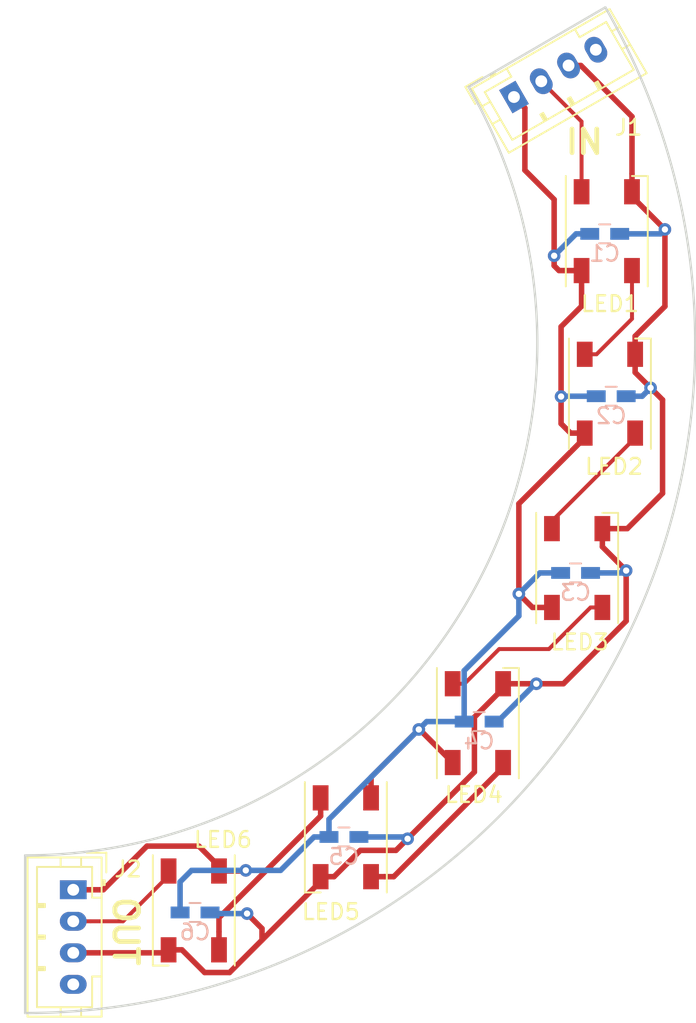
<source format=kicad_pcb>
(kicad_pcb (version 20170922) (host pcbnew "(2017-11-16 revision 41f9c19)-master")

  (general
    (thickness 1.6)
    (drawings 6)
    (tracks 136)
    (zones 0)
    (modules 14)
    (nets 12)
  )

  (page A4)
  (layers
    (0 F.Cu signal)
    (31 B.Cu signal)
    (32 B.Adhes user)
    (33 F.Adhes user)
    (34 B.Paste user)
    (35 F.Paste user)
    (36 B.SilkS user)
    (37 F.SilkS user)
    (38 B.Mask user)
    (39 F.Mask user)
    (40 Dwgs.User user)
    (41 Cmts.User user)
    (42 Eco1.User user)
    (43 Eco2.User user)
    (44 Edge.Cuts user)
    (45 Margin user)
    (46 B.CrtYd user)
    (47 F.CrtYd user)
    (48 B.Fab user)
    (49 F.Fab user)
  )

  (setup
    (last_trace_width 0.35)
    (user_trace_width 0.35)
    (user_trace_width 0.5)
    (trace_clearance 0.2)
    (zone_clearance 0.508)
    (zone_45_only no)
    (trace_min 0.2)
    (segment_width 0.2)
    (edge_width 0.15)
    (via_size 0.8)
    (via_drill 0.4)
    (via_min_size 0.4)
    (via_min_drill 0.3)
    (uvia_size 0.3)
    (uvia_drill 0.1)
    (uvias_allowed no)
    (uvia_min_size 0.2)
    (uvia_min_drill 0.1)
    (pcb_text_width 0.3)
    (pcb_text_size 1.5 1.5)
    (mod_edge_width 0.15)
    (mod_text_size 1 1)
    (mod_text_width 0.15)
    (pad_size 1.524 1.524)
    (pad_drill 0.762)
    (pad_to_mask_clearance 0.2)
    (aux_axis_origin 0 0)
    (visible_elements FFFFFF7F)
    (pcbplotparams
      (layerselection 0x010fc_ffffffff)
      (usegerberextensions false)
      (usegerberattributes true)
      (usegerberadvancedattributes true)
      (creategerberjobfile true)
      (excludeedgelayer true)
      (linewidth 0.100000)
      (plotframeref false)
      (viasonmask false)
      (mode 1)
      (useauxorigin false)
      (hpglpennumber 1)
      (hpglpenspeed 20)
      (hpglpendiameter 15)
      (psnegative false)
      (psa4output false)
      (plotreference true)
      (plotvalue true)
      (plotinvisibletext false)
      (padsonsilk false)
      (subtractmaskfromsilk false)
      (outputformat 1)
      (mirror false)
      (drillshape 1)
      (scaleselection 1)
      (outputdirectory ""))
  )

  (net 0 "")
  (net 1 "Net-(LED1-Pad2)")
  (net 2 "Net-(LED2-Pad2)")
  (net 3 "Net-(LED3-Pad2)")
  (net 4 "Net-(J1-Pad4)")
  (net 5 "Net-(J1-Pad2)")
  (net 6 5v)
  (net 7 GND)
  (net 8 "Net-(J2-Pad2)")
  (net 9 "Net-(J2-Pad4)")
  (net 10 "Net-(LED4-Pad2)")
  (net 11 "Net-(LED5-Pad2)")

  (net_class Default "This is the default net class."
    (clearance 0.2)
    (trace_width 0.25)
    (via_dia 0.8)
    (via_drill 0.4)
    (uvia_dia 0.3)
    (uvia_drill 0.1)
    (add_net 5v)
    (add_net GND)
    (add_net "Net-(J1-Pad2)")
    (add_net "Net-(J1-Pad4)")
    (add_net "Net-(J2-Pad2)")
    (add_net "Net-(J2-Pad4)")
    (add_net "Net-(LED1-Pad2)")
    (add_net "Net-(LED2-Pad2)")
    (add_net "Net-(LED3-Pad2)")
    (add_net "Net-(LED4-Pad2)")
    (add_net "Net-(LED5-Pad2)")
  )

  (module Capacitors_SMD:C_0603_HandSoldering (layer B.Cu) (tedit 58AA848B) (tstamp 5A12FE8D)
    (at 158.48 143.52)
    (descr "Capacitor SMD 0603, hand soldering")
    (tags "capacitor 0603")
    (path /5A0F9F94)
    (attr smd)
    (fp_text reference C6 (at 0 1.25) (layer B.SilkS)
      (effects (font (size 1 1) (thickness 0.15)) (justify mirror))
    )
    (fp_text value 0.1uF (at 0 -1.5) (layer B.Fab)
      (effects (font (size 1 1) (thickness 0.15)) (justify mirror))
    )
    (fp_text user %R (at 0 1.25) (layer B.Fab)
      (effects (font (size 1 1) (thickness 0.15)) (justify mirror))
    )
    (fp_line (start -0.8 -0.4) (end -0.8 0.4) (layer B.Fab) (width 0.1))
    (fp_line (start 0.8 -0.4) (end -0.8 -0.4) (layer B.Fab) (width 0.1))
    (fp_line (start 0.8 0.4) (end 0.8 -0.4) (layer B.Fab) (width 0.1))
    (fp_line (start -0.8 0.4) (end 0.8 0.4) (layer B.Fab) (width 0.1))
    (fp_line (start -0.35 0.6) (end 0.35 0.6) (layer B.SilkS) (width 0.12))
    (fp_line (start 0.35 -0.6) (end -0.35 -0.6) (layer B.SilkS) (width 0.12))
    (fp_line (start -1.8 0.65) (end 1.8 0.65) (layer B.CrtYd) (width 0.05))
    (fp_line (start -1.8 0.65) (end -1.8 -0.65) (layer B.CrtYd) (width 0.05))
    (fp_line (start 1.8 -0.65) (end 1.8 0.65) (layer B.CrtYd) (width 0.05))
    (fp_line (start 1.8 -0.65) (end -1.8 -0.65) (layer B.CrtYd) (width 0.05))
    (pad 1 smd rect (at -0.95 0) (size 1.2 0.75) (layers B.Cu B.Paste B.Mask)
      (net 6 5v))
    (pad 2 smd rect (at 0.95 0) (size 1.2 0.75) (layers B.Cu B.Paste B.Mask)
      (net 7 GND))
    (model Capacitors_SMD.3dshapes/C_0603.wrl
      (at (xyz 0 0 0))
      (scale (xyz 1 1 1))
      (rotate (xyz 0 0 0))
    )
  )

  (module Capacitors_SMD:C_0603_HandSoldering (layer B.Cu) (tedit 58AA848B) (tstamp 5A12FE7C)
    (at 167.93 138.73)
    (descr "Capacitor SMD 0603, hand soldering")
    (tags "capacitor 0603")
    (path /5A0F9F56)
    (attr smd)
    (fp_text reference C5 (at 0 1.25) (layer B.SilkS)
      (effects (font (size 1 1) (thickness 0.15)) (justify mirror))
    )
    (fp_text value 0.1uF (at 0 -1.5) (layer B.Fab)
      (effects (font (size 1 1) (thickness 0.15)) (justify mirror))
    )
    (fp_line (start 1.8 -0.65) (end -1.8 -0.65) (layer B.CrtYd) (width 0.05))
    (fp_line (start 1.8 -0.65) (end 1.8 0.65) (layer B.CrtYd) (width 0.05))
    (fp_line (start -1.8 0.65) (end -1.8 -0.65) (layer B.CrtYd) (width 0.05))
    (fp_line (start -1.8 0.65) (end 1.8 0.65) (layer B.CrtYd) (width 0.05))
    (fp_line (start 0.35 -0.6) (end -0.35 -0.6) (layer B.SilkS) (width 0.12))
    (fp_line (start -0.35 0.6) (end 0.35 0.6) (layer B.SilkS) (width 0.12))
    (fp_line (start -0.8 0.4) (end 0.8 0.4) (layer B.Fab) (width 0.1))
    (fp_line (start 0.8 0.4) (end 0.8 -0.4) (layer B.Fab) (width 0.1))
    (fp_line (start 0.8 -0.4) (end -0.8 -0.4) (layer B.Fab) (width 0.1))
    (fp_line (start -0.8 -0.4) (end -0.8 0.4) (layer B.Fab) (width 0.1))
    (fp_text user %R (at 0 1.25) (layer B.Fab)
      (effects (font (size 1 1) (thickness 0.15)) (justify mirror))
    )
    (pad 2 smd rect (at 0.95 0) (size 1.2 0.75) (layers B.Cu B.Paste B.Mask)
      (net 7 GND))
    (pad 1 smd rect (at -0.95 0) (size 1.2 0.75) (layers B.Cu B.Paste B.Mask)
      (net 6 5v))
    (model Capacitors_SMD.3dshapes/C_0603.wrl
      (at (xyz 0 0 0))
      (scale (xyz 1 1 1))
      (rotate (xyz 0 0 0))
    )
  )

  (module Capacitors_SMD:C_0603_HandSoldering (layer B.Cu) (tedit 58AA848B) (tstamp 5A12FE6B)
    (at 176.51 131.41)
    (descr "Capacitor SMD 0603, hand soldering")
    (tags "capacitor 0603")
    (path /5A0F9EF6)
    (attr smd)
    (fp_text reference C4 (at 0 1.25) (layer B.SilkS)
      (effects (font (size 1 1) (thickness 0.15)) (justify mirror))
    )
    (fp_text value 0.1uF (at 0 -1.5) (layer B.Fab)
      (effects (font (size 1 1) (thickness 0.15)) (justify mirror))
    )
    (fp_text user %R (at 0 1.25) (layer B.Fab)
      (effects (font (size 1 1) (thickness 0.15)) (justify mirror))
    )
    (fp_line (start -0.8 -0.4) (end -0.8 0.4) (layer B.Fab) (width 0.1))
    (fp_line (start 0.8 -0.4) (end -0.8 -0.4) (layer B.Fab) (width 0.1))
    (fp_line (start 0.8 0.4) (end 0.8 -0.4) (layer B.Fab) (width 0.1))
    (fp_line (start -0.8 0.4) (end 0.8 0.4) (layer B.Fab) (width 0.1))
    (fp_line (start -0.35 0.6) (end 0.35 0.6) (layer B.SilkS) (width 0.12))
    (fp_line (start 0.35 -0.6) (end -0.35 -0.6) (layer B.SilkS) (width 0.12))
    (fp_line (start -1.8 0.65) (end 1.8 0.65) (layer B.CrtYd) (width 0.05))
    (fp_line (start -1.8 0.65) (end -1.8 -0.65) (layer B.CrtYd) (width 0.05))
    (fp_line (start 1.8 -0.65) (end 1.8 0.65) (layer B.CrtYd) (width 0.05))
    (fp_line (start 1.8 -0.65) (end -1.8 -0.65) (layer B.CrtYd) (width 0.05))
    (pad 1 smd rect (at -0.95 0) (size 1.2 0.75) (layers B.Cu B.Paste B.Mask)
      (net 6 5v))
    (pad 2 smd rect (at 0.95 0) (size 1.2 0.75) (layers B.Cu B.Paste B.Mask)
      (net 7 GND))
    (model Capacitors_SMD.3dshapes/C_0603.wrl
      (at (xyz 0 0 0))
      (scale (xyz 1 1 1))
      (rotate (xyz 0 0 0))
    )
  )

  (module Capacitors_SMD:C_0603_HandSoldering (layer B.Cu) (tedit 58AA848B) (tstamp 5A12FE5A)
    (at 182.63 121.98)
    (descr "Capacitor SMD 0603, hand soldering")
    (tags "capacitor 0603")
    (path /5A0F9CC3)
    (attr smd)
    (fp_text reference C3 (at 0 1.25) (layer B.SilkS)
      (effects (font (size 1 1) (thickness 0.15)) (justify mirror))
    )
    (fp_text value 0.1uF (at 0 -1.5) (layer B.Fab)
      (effects (font (size 1 1) (thickness 0.15)) (justify mirror))
    )
    (fp_line (start 1.8 -0.65) (end -1.8 -0.65) (layer B.CrtYd) (width 0.05))
    (fp_line (start 1.8 -0.65) (end 1.8 0.65) (layer B.CrtYd) (width 0.05))
    (fp_line (start -1.8 0.65) (end -1.8 -0.65) (layer B.CrtYd) (width 0.05))
    (fp_line (start -1.8 0.65) (end 1.8 0.65) (layer B.CrtYd) (width 0.05))
    (fp_line (start 0.35 -0.6) (end -0.35 -0.6) (layer B.SilkS) (width 0.12))
    (fp_line (start -0.35 0.6) (end 0.35 0.6) (layer B.SilkS) (width 0.12))
    (fp_line (start -0.8 0.4) (end 0.8 0.4) (layer B.Fab) (width 0.1))
    (fp_line (start 0.8 0.4) (end 0.8 -0.4) (layer B.Fab) (width 0.1))
    (fp_line (start 0.8 -0.4) (end -0.8 -0.4) (layer B.Fab) (width 0.1))
    (fp_line (start -0.8 -0.4) (end -0.8 0.4) (layer B.Fab) (width 0.1))
    (fp_text user %R (at 0 1.25) (layer B.Fab)
      (effects (font (size 1 1) (thickness 0.15)) (justify mirror))
    )
    (pad 2 smd rect (at 0.95 0) (size 1.2 0.75) (layers B.Cu B.Paste B.Mask)
      (net 7 GND))
    (pad 1 smd rect (at -0.95 0) (size 1.2 0.75) (layers B.Cu B.Paste B.Mask)
      (net 6 5v))
    (model Capacitors_SMD.3dshapes/C_0603.wrl
      (at (xyz 0 0 0))
      (scale (xyz 1 1 1))
      (rotate (xyz 0 0 0))
    )
  )

  (module Capacitors_SMD:C_0603_HandSoldering (layer B.Cu) (tedit 58AA848B) (tstamp 5A12FE49)
    (at 184.89 110.77)
    (descr "Capacitor SMD 0603, hand soldering")
    (tags "capacitor 0603")
    (path /5A0F9BA5)
    (attr smd)
    (fp_text reference C2 (at 0 1.25) (layer B.SilkS)
      (effects (font (size 1 1) (thickness 0.15)) (justify mirror))
    )
    (fp_text value 0.1uF (at 0 -1.5) (layer B.Fab)
      (effects (font (size 1 1) (thickness 0.15)) (justify mirror))
    )
    (fp_text user %R (at 0 1.25) (layer B.Fab)
      (effects (font (size 1 1) (thickness 0.15)) (justify mirror))
    )
    (fp_line (start -0.8 -0.4) (end -0.8 0.4) (layer B.Fab) (width 0.1))
    (fp_line (start 0.8 -0.4) (end -0.8 -0.4) (layer B.Fab) (width 0.1))
    (fp_line (start 0.8 0.4) (end 0.8 -0.4) (layer B.Fab) (width 0.1))
    (fp_line (start -0.8 0.4) (end 0.8 0.4) (layer B.Fab) (width 0.1))
    (fp_line (start -0.35 0.6) (end 0.35 0.6) (layer B.SilkS) (width 0.12))
    (fp_line (start 0.35 -0.6) (end -0.35 -0.6) (layer B.SilkS) (width 0.12))
    (fp_line (start -1.8 0.65) (end 1.8 0.65) (layer B.CrtYd) (width 0.05))
    (fp_line (start -1.8 0.65) (end -1.8 -0.65) (layer B.CrtYd) (width 0.05))
    (fp_line (start 1.8 -0.65) (end 1.8 0.65) (layer B.CrtYd) (width 0.05))
    (fp_line (start 1.8 -0.65) (end -1.8 -0.65) (layer B.CrtYd) (width 0.05))
    (pad 1 smd rect (at -0.95 0) (size 1.2 0.75) (layers B.Cu B.Paste B.Mask)
      (net 6 5v))
    (pad 2 smd rect (at 0.95 0) (size 1.2 0.75) (layers B.Cu B.Paste B.Mask)
      (net 7 GND))
    (model Capacitors_SMD.3dshapes/C_0603.wrl
      (at (xyz 0 0 0))
      (scale (xyz 1 1 1))
      (rotate (xyz 0 0 0))
    )
  )

  (module Capacitors_SMD:C_0603_HandSoldering (layer B.Cu) (tedit 58AA848B) (tstamp 5A12FE38)
    (at 184.48 100.47)
    (descr "Capacitor SMD 0603, hand soldering")
    (tags "capacitor 0603")
    (path /5A0F9470)
    (attr smd)
    (fp_text reference C1 (at 0 1.25) (layer B.SilkS)
      (effects (font (size 1 1) (thickness 0.15)) (justify mirror))
    )
    (fp_text value 0.1uF (at 0 -1.5) (layer B.Fab)
      (effects (font (size 1 1) (thickness 0.15)) (justify mirror))
    )
    (fp_line (start 1.8 -0.65) (end -1.8 -0.65) (layer B.CrtYd) (width 0.05))
    (fp_line (start 1.8 -0.65) (end 1.8 0.65) (layer B.CrtYd) (width 0.05))
    (fp_line (start -1.8 0.65) (end -1.8 -0.65) (layer B.CrtYd) (width 0.05))
    (fp_line (start -1.8 0.65) (end 1.8 0.65) (layer B.CrtYd) (width 0.05))
    (fp_line (start 0.35 -0.6) (end -0.35 -0.6) (layer B.SilkS) (width 0.12))
    (fp_line (start -0.35 0.6) (end 0.35 0.6) (layer B.SilkS) (width 0.12))
    (fp_line (start -0.8 0.4) (end 0.8 0.4) (layer B.Fab) (width 0.1))
    (fp_line (start 0.8 0.4) (end 0.8 -0.4) (layer B.Fab) (width 0.1))
    (fp_line (start 0.8 -0.4) (end -0.8 -0.4) (layer B.Fab) (width 0.1))
    (fp_line (start -0.8 -0.4) (end -0.8 0.4) (layer B.Fab) (width 0.1))
    (fp_text user %R (at 0 1.25) (layer B.Fab)
      (effects (font (size 1 1) (thickness 0.15)) (justify mirror))
    )
    (pad 2 smd rect (at 0.95 0) (size 1.2 0.75) (layers B.Cu B.Paste B.Mask)
      (net 7 GND))
    (pad 1 smd rect (at -0.95 0) (size 1.2 0.75) (layers B.Cu B.Paste B.Mask)
      (net 6 5v))
    (model Capacitors_SMD.3dshapes/C_0603.wrl
      (at (xyz 0 0 0))
      (scale (xyz 1 1 1))
      (rotate (xyz 0 0 0))
    )
  )

  (module LEDs:LED_WS2812B-PLCC4 (layer F.Cu) (tedit 587A6D9E) (tstamp 5A1E143B)
    (at 158.4 143.39 270)
    (descr http://www.world-semi.com/uploads/soft/150522/1-150522091P5.pdf)
    (tags "LED NeoPixel")
    (path /59FB6CDB)
    (attr smd)
    (fp_text reference LED6 (at -4.49 -1.85) (layer F.SilkS)
      (effects (font (size 1 1) (thickness 0.15)))
    )
    (fp_text value WS2812B (at 0.12 0.02 270) (layer F.Fab)
      (effects (font (size 1 1) (thickness 0.15)))
    )
    (fp_line (start 3.75 -2.85) (end -3.75 -2.85) (layer F.CrtYd) (width 0.05))
    (fp_line (start 3.75 2.85) (end 3.75 -2.85) (layer F.CrtYd) (width 0.05))
    (fp_line (start -3.75 2.85) (end 3.75 2.85) (layer F.CrtYd) (width 0.05))
    (fp_line (start -3.75 -2.85) (end -3.75 2.85) (layer F.CrtYd) (width 0.05))
    (fp_line (start 2.5 1.5) (end 1.5 2.5) (layer F.Fab) (width 0.1))
    (fp_line (start -2.5 -2.5) (end -2.5 2.5) (layer F.Fab) (width 0.1))
    (fp_line (start -2.5 2.5) (end 2.5 2.5) (layer F.Fab) (width 0.1))
    (fp_line (start 2.5 2.5) (end 2.5 -2.5) (layer F.Fab) (width 0.1))
    (fp_line (start 2.5 -2.5) (end -2.5 -2.5) (layer F.Fab) (width 0.1))
    (fp_line (start -3.5 -2.6) (end 3.5 -2.6) (layer F.SilkS) (width 0.12))
    (fp_line (start -3.5 2.6) (end 3.5 2.6) (layer F.SilkS) (width 0.12))
    (fp_line (start 3.5 2.6) (end 3.5 1.6) (layer F.SilkS) (width 0.12))
    (fp_circle (center 0 0) (end 0 -2) (layer F.Fab) (width 0.1))
    (pad 3 smd rect (at 2.5 1.6 270) (size 1.6 1) (layers F.Cu F.Paste F.Mask)
      (net 7 GND))
    (pad 4 smd rect (at 2.5 -1.6 270) (size 1.6 1) (layers F.Cu F.Paste F.Mask)
      (net 11 "Net-(LED5-Pad2)"))
    (pad 2 smd rect (at -2.5 1.6 270) (size 1.6 1) (layers F.Cu F.Paste F.Mask)
      (net 8 "Net-(J2-Pad2)"))
    (pad 1 smd rect (at -2.5 -1.6 270) (size 1.6 1) (layers F.Cu F.Paste F.Mask)
      (net 6 5v))
    (model ${KISYS3DMOD}/LEDs.3dshapes/LED_WS2812B-PLCC4.wrl
      (at (xyz 0 0 0))
      (scale (xyz 0.39 0.39 0.39))
      (rotate (xyz 0 0 180))
    )
  )

  (module LEDs:LED_WS2812B-PLCC4 (layer F.Cu) (tedit 587A6D9E) (tstamp 5A12FD46)
    (at 168.05 138.75 270)
    (descr http://www.world-semi.com/uploads/soft/150522/1-150522091P5.pdf)
    (tags "LED NeoPixel")
    (path /59FB62E1)
    (attr smd)
    (fp_text reference LED5 (at 4.73 0.95) (layer F.SilkS)
      (effects (font (size 1 1) (thickness 0.15)))
    )
    (fp_text value WS2812B (at -0.02 0.1 270) (layer F.Fab)
      (effects (font (size 1 1) (thickness 0.15)))
    )
    (fp_circle (center 0 0) (end 0 -2) (layer F.Fab) (width 0.1))
    (fp_line (start 3.5 2.6) (end 3.5 1.6) (layer F.SilkS) (width 0.12))
    (fp_line (start -3.5 2.6) (end 3.5 2.6) (layer F.SilkS) (width 0.12))
    (fp_line (start -3.5 -2.6) (end 3.5 -2.6) (layer F.SilkS) (width 0.12))
    (fp_line (start 2.5 -2.5) (end -2.5 -2.5) (layer F.Fab) (width 0.1))
    (fp_line (start 2.5 2.5) (end 2.5 -2.5) (layer F.Fab) (width 0.1))
    (fp_line (start -2.5 2.5) (end 2.5 2.5) (layer F.Fab) (width 0.1))
    (fp_line (start -2.5 -2.5) (end -2.5 2.5) (layer F.Fab) (width 0.1))
    (fp_line (start 2.5 1.5) (end 1.5 2.5) (layer F.Fab) (width 0.1))
    (fp_line (start -3.75 -2.85) (end -3.75 2.85) (layer F.CrtYd) (width 0.05))
    (fp_line (start -3.75 2.85) (end 3.75 2.85) (layer F.CrtYd) (width 0.05))
    (fp_line (start 3.75 2.85) (end 3.75 -2.85) (layer F.CrtYd) (width 0.05))
    (fp_line (start 3.75 -2.85) (end -3.75 -2.85) (layer F.CrtYd) (width 0.05))
    (pad 1 smd rect (at -2.5 -1.6 270) (size 1.6 1) (layers F.Cu F.Paste F.Mask)
      (net 6 5v))
    (pad 2 smd rect (at -2.5 1.6 270) (size 1.6 1) (layers F.Cu F.Paste F.Mask)
      (net 11 "Net-(LED5-Pad2)"))
    (pad 4 smd rect (at 2.5 -1.6 270) (size 1.6 1) (layers F.Cu F.Paste F.Mask)
      (net 10 "Net-(LED4-Pad2)"))
    (pad 3 smd rect (at 2.5 1.6 270) (size 1.6 1) (layers F.Cu F.Paste F.Mask)
      (net 7 GND))
    (model ${KISYS3DMOD}/LEDs.3dshapes/LED_WS2812B-PLCC4.wrl
      (at (xyz 0 0 0))
      (scale (xyz 0.39 0.39 0.39))
      (rotate (xyz 0 0 180))
    )
  )

  (module Connectors_JST:JST_PH_B4B-PH-K_04x2.00mm_Straight (layer F.Cu) (tedit 58D3FE4F) (tstamp 5A03C0F8)
    (at 150.75 142.08 270)
    (descr "JST PH series connector, B4B-PH-K, top entry type, through hole, Datasheet: http://www.jst-mfg.com/product/pdf/eng/ePH.pdf")
    (tags "connector jst ph")
    (path /59FB177A)
    (fp_text reference J2 (at -1.31 -3.48) (layer F.SilkS)
      (effects (font (size 1 1) (thickness 0.15)))
    )
    (fp_text value CONN_01x04 (at 3 3.8 270) (layer F.Fab)
      (effects (font (size 1 1) (thickness 0.15)))
    )
    (fp_text user %R (at 3 1.5 270) (layer F.Fab)
      (effects (font (size 1 1) (thickness 0.15)))
    )
    (fp_line (start 8.45 -2.2) (end -2.45 -2.2) (layer F.CrtYd) (width 0.05))
    (fp_line (start 8.45 3.3) (end 8.45 -2.2) (layer F.CrtYd) (width 0.05))
    (fp_line (start -2.45 3.3) (end 8.45 3.3) (layer F.CrtYd) (width 0.05))
    (fp_line (start -2.45 -2.2) (end -2.45 3.3) (layer F.CrtYd) (width 0.05))
    (fp_line (start 7.95 -1.7) (end -1.95 -1.7) (layer F.Fab) (width 0.1))
    (fp_line (start 7.95 2.8) (end 7.95 -1.7) (layer F.Fab) (width 0.1))
    (fp_line (start -1.95 2.8) (end 7.95 2.8) (layer F.Fab) (width 0.1))
    (fp_line (start -1.95 -1.7) (end -1.95 2.8) (layer F.Fab) (width 0.1))
    (fp_line (start -2.35 -2.1) (end -2.35 -0.85) (layer F.Fab) (width 0.1))
    (fp_line (start -1.1 -2.1) (end -2.35 -2.1) (layer F.Fab) (width 0.1))
    (fp_line (start -2.35 -2.1) (end -2.35 -0.85) (layer F.SilkS) (width 0.12))
    (fp_line (start -1.1 -2.1) (end -2.35 -2.1) (layer F.SilkS) (width 0.12))
    (fp_line (start 5 2.3) (end 5 1.8) (layer F.SilkS) (width 0.12))
    (fp_line (start 5.1 1.8) (end 5.1 2.3) (layer F.SilkS) (width 0.12))
    (fp_line (start 4.9 1.8) (end 5.1 1.8) (layer F.SilkS) (width 0.12))
    (fp_line (start 4.9 2.3) (end 4.9 1.8) (layer F.SilkS) (width 0.12))
    (fp_line (start 3 2.3) (end 3 1.8) (layer F.SilkS) (width 0.12))
    (fp_line (start 3.1 1.8) (end 3.1 2.3) (layer F.SilkS) (width 0.12))
    (fp_line (start 2.9 1.8) (end 3.1 1.8) (layer F.SilkS) (width 0.12))
    (fp_line (start 2.9 2.3) (end 2.9 1.8) (layer F.SilkS) (width 0.12))
    (fp_line (start 1 2.3) (end 1 1.8) (layer F.SilkS) (width 0.12))
    (fp_line (start 1.1 1.8) (end 1.1 2.3) (layer F.SilkS) (width 0.12))
    (fp_line (start 0.9 1.8) (end 1.1 1.8) (layer F.SilkS) (width 0.12))
    (fp_line (start 0.9 2.3) (end 0.9 1.8) (layer F.SilkS) (width 0.12))
    (fp_line (start -0.3 -1.9) (end -0.6 -1.9) (layer F.SilkS) (width 0.12))
    (fp_line (start -0.6 -2) (end -0.6 -1.8) (layer F.SilkS) (width 0.12))
    (fp_line (start -0.3 -2) (end -0.6 -2) (layer F.SilkS) (width 0.12))
    (fp_line (start -0.3 -1.8) (end -0.3 -2) (layer F.SilkS) (width 0.12))
    (fp_line (start 8.05 0.8) (end 7.45 0.8) (layer F.SilkS) (width 0.12))
    (fp_line (start 8.05 -0.5) (end 7.45 -0.5) (layer F.SilkS) (width 0.12))
    (fp_line (start -2.05 0.8) (end -1.45 0.8) (layer F.SilkS) (width 0.12))
    (fp_line (start -2.05 -0.5) (end -1.45 -0.5) (layer F.SilkS) (width 0.12))
    (fp_line (start 5.5 -1.2) (end 5.5 -1.8) (layer F.SilkS) (width 0.12))
    (fp_line (start 7.45 -1.2) (end 5.5 -1.2) (layer F.SilkS) (width 0.12))
    (fp_line (start 7.45 2.3) (end 7.45 -1.2) (layer F.SilkS) (width 0.12))
    (fp_line (start -1.45 2.3) (end 7.45 2.3) (layer F.SilkS) (width 0.12))
    (fp_line (start -1.45 -1.2) (end -1.45 2.3) (layer F.SilkS) (width 0.12))
    (fp_line (start 0.5 -1.2) (end -1.45 -1.2) (layer F.SilkS) (width 0.12))
    (fp_line (start 0.5 -1.8) (end 0.5 -1.2) (layer F.SilkS) (width 0.12))
    (fp_line (start 8.05 -1.8) (end -2.05 -1.8) (layer F.SilkS) (width 0.12))
    (fp_line (start 8.05 2.9) (end 8.05 -1.8) (layer F.SilkS) (width 0.12))
    (fp_line (start -2.05 2.9) (end 8.05 2.9) (layer F.SilkS) (width 0.12))
    (fp_line (start -2.05 -1.8) (end -2.05 2.9) (layer F.SilkS) (width 0.12))
    (pad 4 thru_hole oval (at 6 0 270) (size 1.2 1.7) (drill 0.75) (layers *.Cu *.Mask)
      (net 9 "Net-(J2-Pad4)"))
    (pad 3 thru_hole oval (at 4 0 270) (size 1.2 1.7) (drill 0.75) (layers *.Cu *.Mask)
      (net 7 GND))
    (pad 2 thru_hole oval (at 2 0 270) (size 1.2 1.7) (drill 0.75) (layers *.Cu *.Mask)
      (net 8 "Net-(J2-Pad2)"))
    (pad 1 thru_hole rect (at 0 0 270) (size 1.2 1.7) (drill 0.75) (layers *.Cu *.Mask)
      (net 6 5v))
    (model ${KISYS3DMOD}/Connectors_JST.3dshapes/JST_PH_B4B-PH-K_04x2.00mm_Straight.wrl
      (at (xyz 0 0 0))
      (scale (xyz 1 1 1))
      (rotate (xyz 0 0 0))
    )
  )

  (module Connectors_JST:JST_PH_B4B-PH-K_04x2.00mm_Straight (layer F.Cu) (tedit 59FA72EA) (tstamp 5A03B660)
    (at 178.72 91.79 30)
    (descr "JST PH series connector, B4B-PH-K, top entry type, through hole, Datasheet: http://www.jst-mfg.com/product/pdf/eng/ePH.pdf")
    (tags "connector jst ph")
    (path /59FAE20F)
    (fp_text reference J1 (at 5.339665 5.311429) (layer F.SilkS)
      (effects (font (size 1 1) (thickness 0.15)))
    )
    (fp_text value CONN_01x04 (at 3 3.8 30) (layer F.Fab)
      (effects (font (size 1 1) (thickness 0.15)))
    )
    (fp_text user %R (at 3 1.5 30) (layer F.Fab)
      (effects (font (size 1 1) (thickness 0.15)))
    )
    (fp_line (start 8.45 -2.2) (end -2.45 -2.2) (layer F.CrtYd) (width 0.05))
    (fp_line (start 8.45 3.3) (end 8.45 -2.2) (layer F.CrtYd) (width 0.05))
    (fp_line (start -2.45 3.3) (end 8.45 3.3) (layer F.CrtYd) (width 0.05))
    (fp_line (start -2.45 -2.2) (end -2.45 3.3) (layer F.CrtYd) (width 0.05))
    (fp_line (start 7.95 -1.7) (end -1.95 -1.7) (layer F.Fab) (width 0.1))
    (fp_line (start 7.95 2.8) (end 7.95 -1.7) (layer F.Fab) (width 0.1))
    (fp_line (start -1.95 2.8) (end 7.95 2.8) (layer F.Fab) (width 0.1))
    (fp_line (start -1.95 -1.7) (end -1.95 2.8) (layer F.Fab) (width 0.1))
    (fp_line (start -2.35 -2.1) (end -2.35 -0.85) (layer F.Fab) (width 0.1))
    (fp_line (start -1.1 -2.1) (end -2.35 -2.1) (layer F.Fab) (width 0.1))
    (fp_line (start -2.35 -2.1) (end -2.35 -0.85) (layer F.SilkS) (width 0.12))
    (fp_line (start -1.1 -2.1) (end -2.35 -2.1) (layer F.SilkS) (width 0.12))
    (fp_line (start 5 2.3) (end 5 1.8) (layer F.SilkS) (width 0.12))
    (fp_line (start 5.1 1.8) (end 5.1 2.3) (layer F.SilkS) (width 0.12))
    (fp_line (start 4.9 1.8) (end 5.1 1.8) (layer F.SilkS) (width 0.12))
    (fp_line (start 4.9 2.3) (end 4.9 1.8) (layer F.SilkS) (width 0.12))
    (fp_line (start 3 2.3) (end 3 1.8) (layer F.SilkS) (width 0.12))
    (fp_line (start 3.1 1.8) (end 3.1 2.3) (layer F.SilkS) (width 0.12))
    (fp_line (start 2.9 1.8) (end 3.1 1.8) (layer F.SilkS) (width 0.12))
    (fp_line (start 2.9 2.3) (end 2.9 1.8) (layer F.SilkS) (width 0.12))
    (fp_line (start 1 2.3) (end 1 1.8) (layer F.SilkS) (width 0.12))
    (fp_line (start 1.1 1.8) (end 1.1 2.3) (layer F.SilkS) (width 0.12))
    (fp_line (start 0.9 1.8) (end 1.1 1.8) (layer F.SilkS) (width 0.12))
    (fp_line (start 0.9 2.3) (end 0.9 1.8) (layer F.SilkS) (width 0.12))
    (fp_line (start -0.3 -1.9) (end -0.6 -1.9) (layer F.SilkS) (width 0.12))
    (fp_line (start -0.6 -2) (end -0.6 -1.8) (layer F.SilkS) (width 0.12))
    (fp_line (start -0.3 -2) (end -0.6 -2) (layer F.SilkS) (width 0.12))
    (fp_line (start -0.3 -1.8) (end -0.3 -2) (layer F.SilkS) (width 0.12))
    (fp_line (start 8.05 0.8) (end 7.45 0.8) (layer F.SilkS) (width 0.12))
    (fp_line (start 8.05 -0.5) (end 7.45 -0.5) (layer F.SilkS) (width 0.12))
    (fp_line (start -2.05 0.8) (end -1.45 0.8) (layer F.SilkS) (width 0.12))
    (fp_line (start -2.05 -0.5) (end -1.45 -0.5) (layer F.SilkS) (width 0.12))
    (fp_line (start 5.5 -1.2) (end 5.5 -1.8) (layer F.SilkS) (width 0.12))
    (fp_line (start 7.45 -1.2) (end 5.5 -1.2) (layer F.SilkS) (width 0.12))
    (fp_line (start 7.45 2.3) (end 7.45 -1.2) (layer F.SilkS) (width 0.12))
    (fp_line (start -1.45 2.3) (end 7.45 2.3) (layer F.SilkS) (width 0.12))
    (fp_line (start -1.45 -1.2) (end -1.45 2.3) (layer F.SilkS) (width 0.12))
    (fp_line (start 0.5 -1.2) (end -1.45 -1.2) (layer F.SilkS) (width 0.12))
    (fp_line (start 0.5 -1.8) (end 0.5 -1.2) (layer F.SilkS) (width 0.12))
    (fp_line (start 8.05 -1.8) (end -2.05 -1.8) (layer F.SilkS) (width 0.12))
    (fp_line (start 8.05 2.9) (end 8.05 -1.8) (layer F.SilkS) (width 0.12))
    (fp_line (start -2.05 2.9) (end 8.05 2.9) (layer F.SilkS) (width 0.12))
    (fp_line (start -2.05 -1.8) (end -2.05 2.9) (layer F.SilkS) (width 0.12))
    (pad 4 thru_hole oval (at 6 0 30) (size 1.2 1.7) (drill 0.75) (layers *.Cu *.Mask)
      (net 4 "Net-(J1-Pad4)"))
    (pad 3 thru_hole oval (at 4 0 30) (size 1.2 1.7) (drill 0.75) (layers *.Cu *.Mask)
      (net 7 GND))
    (pad 2 thru_hole oval (at 2 0 30) (size 1.2 1.7) (drill 0.75) (layers *.Cu *.Mask)
      (net 5 "Net-(J1-Pad2)"))
    (pad 1 thru_hole rect (at 0 0 30) (size 1.2 1.7) (drill 0.75) (layers *.Cu *.Mask)
      (net 6 5v))
    (model ${KISYS3DMOD}/Connectors_JST.3dshapes/JST_PH_B4B-PH-K_04x2.00mm_Straight.wrl
      (at (xyz 0 0 0))
      (scale (xyz 1 1 1))
      (rotate (xyz 0 0 0))
    )
  )

  (module LEDs:LED_WS2812B-PLCC4 (layer F.Cu) (tedit 587A6D9E) (tstamp 5A03B62C)
    (at 176.43 131.51 90)
    (descr http://www.world-semi.com/uploads/soft/150522/1-150522091P5.pdf)
    (tags "LED NeoPixel")
    (path /59FAE589)
    (attr smd)
    (fp_text reference LED4 (at -4.54 -0.26) (layer F.SilkS)
      (effects (font (size 1 1) (thickness 0.15)))
    )
    (fp_text value WS2812B (at 0.06 0.07 90) (layer F.Fab)
      (effects (font (size 1 1) (thickness 0.15)))
    )
    (fp_line (start 3.75 -2.85) (end -3.75 -2.85) (layer F.CrtYd) (width 0.05))
    (fp_line (start 3.75 2.85) (end 3.75 -2.85) (layer F.CrtYd) (width 0.05))
    (fp_line (start -3.75 2.85) (end 3.75 2.85) (layer F.CrtYd) (width 0.05))
    (fp_line (start -3.75 -2.85) (end -3.75 2.85) (layer F.CrtYd) (width 0.05))
    (fp_line (start 2.5 1.5) (end 1.5 2.5) (layer F.Fab) (width 0.1))
    (fp_line (start -2.5 -2.5) (end -2.5 2.5) (layer F.Fab) (width 0.1))
    (fp_line (start -2.5 2.5) (end 2.5 2.5) (layer F.Fab) (width 0.1))
    (fp_line (start 2.5 2.5) (end 2.5 -2.5) (layer F.Fab) (width 0.1))
    (fp_line (start 2.5 -2.5) (end -2.5 -2.5) (layer F.Fab) (width 0.1))
    (fp_line (start -3.5 -2.6) (end 3.5 -2.6) (layer F.SilkS) (width 0.12))
    (fp_line (start -3.5 2.6) (end 3.5 2.6) (layer F.SilkS) (width 0.12))
    (fp_line (start 3.5 2.6) (end 3.5 1.6) (layer F.SilkS) (width 0.12))
    (fp_circle (center 0 0) (end 0 -2) (layer F.Fab) (width 0.1))
    (pad 3 smd rect (at 2.5 1.6 90) (size 1.6 1) (layers F.Cu F.Paste F.Mask)
      (net 7 GND))
    (pad 4 smd rect (at 2.5 -1.6 90) (size 1.6 1) (layers F.Cu F.Paste F.Mask)
      (net 3 "Net-(LED3-Pad2)"))
    (pad 2 smd rect (at -2.5 1.6 90) (size 1.6 1) (layers F.Cu F.Paste F.Mask)
      (net 10 "Net-(LED4-Pad2)"))
    (pad 1 smd rect (at -2.5 -1.6 90) (size 1.6 1) (layers F.Cu F.Paste F.Mask)
      (net 6 5v))
    (model ${KISYS3DMOD}/LEDs.3dshapes/LED_WS2812B-PLCC4.wrl
      (at (xyz 0 0 0))
      (scale (xyz 0.39 0.39 0.39))
      (rotate (xyz 0 0 180))
    )
  )

  (module LEDs:LED_WS2812B-PLCC4 (layer F.Cu) (tedit 587A6D9E) (tstamp 5A03B617)
    (at 182.73 121.67 90)
    (descr http://www.world-semi.com/uploads/soft/150522/1-150522091P5.pdf)
    (tags "LED NeoPixel")
    (path /59FAE44F)
    (attr smd)
    (fp_text reference LED3 (at -4.7 0.16) (layer F.SilkS)
      (effects (font (size 1 1) (thickness 0.15)))
    )
    (fp_text value WS2812B (at 0.2 0.06 90) (layer F.Fab)
      (effects (font (size 1 1) (thickness 0.15)))
    )
    (fp_circle (center 0 0) (end 0 -2) (layer F.Fab) (width 0.1))
    (fp_line (start 3.5 2.6) (end 3.5 1.6) (layer F.SilkS) (width 0.12))
    (fp_line (start -3.5 2.6) (end 3.5 2.6) (layer F.SilkS) (width 0.12))
    (fp_line (start -3.5 -2.6) (end 3.5 -2.6) (layer F.SilkS) (width 0.12))
    (fp_line (start 2.5 -2.5) (end -2.5 -2.5) (layer F.Fab) (width 0.1))
    (fp_line (start 2.5 2.5) (end 2.5 -2.5) (layer F.Fab) (width 0.1))
    (fp_line (start -2.5 2.5) (end 2.5 2.5) (layer F.Fab) (width 0.1))
    (fp_line (start -2.5 -2.5) (end -2.5 2.5) (layer F.Fab) (width 0.1))
    (fp_line (start 2.5 1.5) (end 1.5 2.5) (layer F.Fab) (width 0.1))
    (fp_line (start -3.75 -2.85) (end -3.75 2.85) (layer F.CrtYd) (width 0.05))
    (fp_line (start -3.75 2.85) (end 3.75 2.85) (layer F.CrtYd) (width 0.05))
    (fp_line (start 3.75 2.85) (end 3.75 -2.85) (layer F.CrtYd) (width 0.05))
    (fp_line (start 3.75 -2.85) (end -3.75 -2.85) (layer F.CrtYd) (width 0.05))
    (pad 1 smd rect (at -2.5 -1.6 90) (size 1.6 1) (layers F.Cu F.Paste F.Mask)
      (net 6 5v))
    (pad 2 smd rect (at -2.5 1.6 90) (size 1.6 1) (layers F.Cu F.Paste F.Mask)
      (net 3 "Net-(LED3-Pad2)"))
    (pad 4 smd rect (at 2.5 -1.6 90) (size 1.6 1) (layers F.Cu F.Paste F.Mask)
      (net 2 "Net-(LED2-Pad2)"))
    (pad 3 smd rect (at 2.5 1.6 90) (size 1.6 1) (layers F.Cu F.Paste F.Mask)
      (net 7 GND))
    (model ${KISYS3DMOD}/LEDs.3dshapes/LED_WS2812B-PLCC4.wrl
      (at (xyz 0 0 0))
      (scale (xyz 0.39 0.39 0.39))
      (rotate (xyz 0 0 180))
    )
  )

  (module LEDs:LED_WS2812B-PLCC4 (layer F.Cu) (tedit 587A6D9E) (tstamp 5A03B602)
    (at 184.81 110.61 90)
    (descr http://www.world-semi.com/uploads/soft/150522/1-150522091P5.pdf)
    (tags "LED NeoPixel")
    (path /59FAE42B)
    (attr smd)
    (fp_text reference LED2 (at -4.62 0.26) (layer F.SilkS)
      (effects (font (size 1 1) (thickness 0.15)))
    )
    (fp_text value WS2812B (at 0.16 -0.05 90) (layer F.Fab)
      (effects (font (size 1 1) (thickness 0.15)))
    )
    (fp_line (start 3.75 -2.85) (end -3.75 -2.85) (layer F.CrtYd) (width 0.05))
    (fp_line (start 3.75 2.85) (end 3.75 -2.85) (layer F.CrtYd) (width 0.05))
    (fp_line (start -3.75 2.85) (end 3.75 2.85) (layer F.CrtYd) (width 0.05))
    (fp_line (start -3.75 -2.85) (end -3.75 2.85) (layer F.CrtYd) (width 0.05))
    (fp_line (start 2.5 1.5) (end 1.5 2.5) (layer F.Fab) (width 0.1))
    (fp_line (start -2.5 -2.5) (end -2.5 2.5) (layer F.Fab) (width 0.1))
    (fp_line (start -2.5 2.5) (end 2.5 2.5) (layer F.Fab) (width 0.1))
    (fp_line (start 2.5 2.5) (end 2.5 -2.5) (layer F.Fab) (width 0.1))
    (fp_line (start 2.5 -2.5) (end -2.5 -2.5) (layer F.Fab) (width 0.1))
    (fp_line (start -3.5 -2.6) (end 3.5 -2.6) (layer F.SilkS) (width 0.12))
    (fp_line (start -3.5 2.6) (end 3.5 2.6) (layer F.SilkS) (width 0.12))
    (fp_line (start 3.5 2.6) (end 3.5 1.6) (layer F.SilkS) (width 0.12))
    (fp_circle (center 0 0) (end 0 -2) (layer F.Fab) (width 0.1))
    (pad 3 smd rect (at 2.5 1.6 90) (size 1.6 1) (layers F.Cu F.Paste F.Mask)
      (net 7 GND))
    (pad 4 smd rect (at 2.5 -1.6 90) (size 1.6 1) (layers F.Cu F.Paste F.Mask)
      (net 1 "Net-(LED1-Pad2)"))
    (pad 2 smd rect (at -2.5 1.6 90) (size 1.6 1) (layers F.Cu F.Paste F.Mask)
      (net 2 "Net-(LED2-Pad2)"))
    (pad 1 smd rect (at -2.5 -1.6 90) (size 1.6 1) (layers F.Cu F.Paste F.Mask)
      (net 6 5v))
    (model ${KISYS3DMOD}/LEDs.3dshapes/LED_WS2812B-PLCC4.wrl
      (at (xyz 0 0 0))
      (scale (xyz 0.39 0.39 0.39))
      (rotate (xyz 0 0 180))
    )
  )

  (module LEDs:LED_WS2812B-PLCC4 (layer F.Cu) (tedit 587A6D9E) (tstamp 5A03B5ED)
    (at 184.61 100.3 90)
    (descr http://www.world-semi.com/uploads/soft/150522/1-150522091P5.pdf)
    (tags "LED NeoPixel")
    (path /59F4FBE8)
    (attr smd)
    (fp_text reference LED1 (at -4.61 0.2) (layer F.SilkS)
      (effects (font (size 1 1) (thickness 0.15)))
    )
    (fp_text value WS2812B (at -0.16 0.08 90) (layer F.Fab)
      (effects (font (size 1 1) (thickness 0.15)))
    )
    (fp_circle (center 0 0) (end 0 -2) (layer F.Fab) (width 0.1))
    (fp_line (start 3.5 2.6) (end 3.5 1.6) (layer F.SilkS) (width 0.12))
    (fp_line (start -3.5 2.6) (end 3.5 2.6) (layer F.SilkS) (width 0.12))
    (fp_line (start -3.5 -2.6) (end 3.5 -2.6) (layer F.SilkS) (width 0.12))
    (fp_line (start 2.5 -2.5) (end -2.5 -2.5) (layer F.Fab) (width 0.1))
    (fp_line (start 2.5 2.5) (end 2.5 -2.5) (layer F.Fab) (width 0.1))
    (fp_line (start -2.5 2.5) (end 2.5 2.5) (layer F.Fab) (width 0.1))
    (fp_line (start -2.5 -2.5) (end -2.5 2.5) (layer F.Fab) (width 0.1))
    (fp_line (start 2.5 1.5) (end 1.5 2.5) (layer F.Fab) (width 0.1))
    (fp_line (start -3.75 -2.85) (end -3.75 2.85) (layer F.CrtYd) (width 0.05))
    (fp_line (start -3.75 2.85) (end 3.75 2.85) (layer F.CrtYd) (width 0.05))
    (fp_line (start 3.75 2.85) (end 3.75 -2.85) (layer F.CrtYd) (width 0.05))
    (fp_line (start 3.75 -2.85) (end -3.75 -2.85) (layer F.CrtYd) (width 0.05))
    (pad 1 smd rect (at -2.5 -1.6 90) (size 1.6 1) (layers F.Cu F.Paste F.Mask)
      (net 6 5v))
    (pad 2 smd rect (at -2.5 1.6 90) (size 1.6 1) (layers F.Cu F.Paste F.Mask)
      (net 1 "Net-(LED1-Pad2)"))
    (pad 4 smd rect (at 2.5 -1.6 90) (size 1.6 1) (layers F.Cu F.Paste F.Mask)
      (net 5 "Net-(J1-Pad2)"))
    (pad 3 smd rect (at 2.5 1.6 90) (size 1.6 1) (layers F.Cu F.Paste F.Mask)
      (net 7 GND))
    (model ${KISYS3DMOD}/LEDs.3dshapes/LED_WS2812B-PLCC4.wrl
      (at (xyz 0 0 0))
      (scale (xyz 0.39 0.39 0.39))
      (rotate (xyz 0 0 180))
    )
  )

  (gr_text OUT (at 154.07 144.72 270) (layer F.SilkS)
    (effects (font (size 1.5 1.5) (thickness 0.3)))
  )
  (gr_text IN (at 183.19 94.64) (layer F.SilkS)
    (effects (font (size 1.5 1.5) (thickness 0.3)))
  )
  (gr_line (start 147.7 149.900404) (end 147.7 139.9) (layer Edge.Cuts) (width 0.15))
  (gr_line (start 175.84 91.15) (end 184.52 86.1) (layer Edge.Cuts) (width 0.15))
  (gr_arc (start 147.69 107.37) (end 147.7 149.9) (angle -120) (layer Edge.Cuts) (width 0.15))
  (gr_arc (start 147.7 107.4) (end 147.7 139.9) (angle -120) (layer Edge.Cuts) (width 0.15))

  (segment (start 186.21 102.8) (end 186.21 105.86) (width 0.25) (layer F.Cu) (net 1))
  (segment (start 186.21 105.86) (end 183.96 108.11) (width 0.25) (layer F.Cu) (net 1))
  (segment (start 183.96 108.11) (end 183.21 108.11) (width 0.25) (layer F.Cu) (net 1))
  (segment (start 186.41 113.11) (end 186.41 113.41) (width 0.25) (layer F.Cu) (net 2))
  (segment (start 186.41 113.41) (end 181.13 118.69) (width 0.25) (layer F.Cu) (net 2))
  (segment (start 181.13 118.69) (end 181.13 119.17) (width 0.25) (layer F.Cu) (net 2))
  (segment (start 180.94 126.81) (end 177.78 126.81) (width 0.25) (layer F.Cu) (net 3))
  (segment (start 177.78 126.81) (end 175.58 129.01) (width 0.25) (layer F.Cu) (net 3))
  (segment (start 175.58 129.01) (end 174.83 129.01) (width 0.25) (layer F.Cu) (net 3))
  (segment (start 184.33 124.17) (end 183.58 124.17) (width 0.25) (layer F.Cu) (net 3))
  (segment (start 183.58 124.17) (end 180.94 126.81) (width 0.25) (layer F.Cu) (net 3))
  (segment (start 180.452051 90.79) (end 183.01 93.347949) (width 0.25) (layer F.Cu) (net 5))
  (segment (start 183.01 93.347949) (end 183.01 97.8) (width 0.25) (layer F.Cu) (net 5))
  (segment (start 182.66 100.47) (end 181.27 101.86) (width 0.35) (layer B.Cu) (net 6))
  (segment (start 183.53 100.47) (end 182.66 100.47) (width 0.35) (layer B.Cu) (net 6))
  (segment (start 181.27 101.86) (end 181.27 102.49) (width 0.35) (layer F.Cu) (net 6))
  (segment (start 181.27 98.29) (end 181.27 101.86) (width 0.35) (layer F.Cu) (net 6))
  (via (at 181.27 101.86) (size 0.8) (drill 0.4) (layers F.Cu B.Cu) (net 6))
  (segment (start 181.73 110.77) (end 181.71 110.79) (width 0.35) (layer B.Cu) (net 6))
  (segment (start 183.94 110.77) (end 181.73 110.77) (width 0.35) (layer B.Cu) (net 6))
  (segment (start 181.71 110.79) (end 181.71 112.51) (width 0.35) (layer F.Cu) (net 6))
  (segment (start 181.71 106.36) (end 181.71 110.79) (width 0.35) (layer F.Cu) (net 6))
  (via (at 181.71 110.79) (size 0.8) (drill 0.4) (layers F.Cu B.Cu) (net 6))
  (segment (start 155.43 139.31) (end 152.66 142.08) (width 0.35) (layer F.Cu) (net 6))
  (segment (start 152.66 142.08) (end 150.75 142.08) (width 0.35) (layer F.Cu) (net 6))
  (segment (start 158.72 139.31) (end 155.43 139.31) (width 0.35) (layer F.Cu) (net 6))
  (segment (start 160 140.89) (end 160 140.59) (width 0.35) (layer F.Cu) (net 6))
  (segment (start 160 140.59) (end 158.72 139.31) (width 0.35) (layer F.Cu) (net 6))
  (segment (start 161.66 140.89) (end 161.7 140.85) (width 0.35) (layer F.Cu) (net 6))
  (segment (start 160 140.89) (end 161.66 140.89) (width 0.35) (layer F.Cu) (net 6))
  (segment (start 161.7 140.85) (end 158.26 140.85) (width 0.35) (layer B.Cu) (net 6))
  (segment (start 163.91 140.85) (end 161.7 140.85) (width 0.35) (layer B.Cu) (net 6))
  (via (at 161.7 140.85) (size 0.8) (drill 0.4) (layers F.Cu B.Cu) (net 6))
  (segment (start 158.26 140.85) (end 157.53 141.58) (width 0.35) (layer B.Cu) (net 6))
  (segment (start 157.53 141.58) (end 157.53 143.52) (width 0.35) (layer B.Cu) (net 6))
  (segment (start 166.98 138.73) (end 166.03 138.73) (width 0.35) (layer B.Cu) (net 6))
  (segment (start 166.03 138.73) (end 163.91 140.85) (width 0.35) (layer B.Cu) (net 6))
  (segment (start 172.68 131.91) (end 166.98 137.61) (width 0.35) (layer B.Cu) (net 6))
  (segment (start 166.98 137.61) (end 166.98 138.73) (width 0.35) (layer B.Cu) (net 6))
  (segment (start 172.68 131.91) (end 169.65 134.94) (width 0.35) (layer F.Cu) (net 6))
  (segment (start 169.65 134.94) (end 169.65 136.25) (width 0.35) (layer F.Cu) (net 6))
  (segment (start 172.68 131.91) (end 172.73 131.91) (width 0.35) (layer F.Cu) (net 6))
  (segment (start 172.73 131.91) (end 174.83 134.01) (width 0.35) (layer F.Cu) (net 6))
  (segment (start 175.56 131.41) (end 173.18 131.41) (width 0.35) (layer B.Cu) (net 6))
  (segment (start 173.18 131.41) (end 172.68 131.91) (width 0.35) (layer B.Cu) (net 6))
  (via (at 172.68 131.91) (size 0.8) (drill 0.4) (layers F.Cu B.Cu) (net 6))
  (segment (start 179.03 124.71) (end 175.56 128.18) (width 0.35) (layer B.Cu) (net 6))
  (segment (start 175.56 128.18) (end 175.56 131.41) (width 0.35) (layer B.Cu) (net 6))
  (segment (start 179.03 123.31) (end 179.03 124.71) (width 0.35) (layer B.Cu) (net 6))
  (segment (start 181.68 121.98) (end 180.36 121.98) (width 0.35) (layer B.Cu) (net 6))
  (segment (start 180.36 121.98) (end 179.03 123.31) (width 0.35) (layer B.Cu) (net 6))
  (via (at 179.03 123.31) (size 0.8) (drill 0.4) (layers F.Cu B.Cu) (net 6))
  (segment (start 179.03 123.31) (end 179.89 124.17) (width 0.35) (layer F.Cu) (net 6))
  (segment (start 179.89 124.17) (end 181.13 124.17) (width 0.35) (layer F.Cu) (net 6))
  (segment (start 179.03 117.59) (end 179.03 123.31) (width 0.35) (layer F.Cu) (net 6))
  (segment (start 183.21 113.11) (end 183.21 113.41) (width 0.35) (layer F.Cu) (net 6))
  (segment (start 183.21 113.41) (end 179.03 117.59) (width 0.35) (layer F.Cu) (net 6))
  (segment (start 181.71 112.51) (end 182.31 113.11) (width 0.35) (layer F.Cu) (net 6))
  (segment (start 183.01 102.8) (end 183.01 105.06) (width 0.35) (layer F.Cu) (net 6))
  (segment (start 183.01 105.06) (end 181.71 106.36) (width 0.35) (layer F.Cu) (net 6))
  (segment (start 182.31 113.11) (end 183.21 113.11) (width 0.35) (layer F.Cu) (net 6))
  (segment (start 179.412953 96.432953) (end 181.27 98.29) (width 0.35) (layer F.Cu) (net 6))
  (segment (start 179.412953 92.482953) (end 179.412953 96.432953) (width 0.35) (layer F.Cu) (net 6))
  (segment (start 181.58 102.8) (end 183.01 102.8) (width 0.35) (layer F.Cu) (net 6))
  (segment (start 178.72 91.79) (end 179.412953 92.482953) (width 0.35) (layer F.Cu) (net 6))
  (segment (start 181.27 102.49) (end 181.58 102.8) (width 0.35) (layer F.Cu) (net 6))
  (segment (start 150.75 146.08) (end 156.61 146.08) (width 0.35) (layer F.Cu) (net 7))
  (segment (start 156.61 146.08) (end 156.8 145.89) (width 0.35) (layer F.Cu) (net 7))
  (segment (start 185.43 100.47) (end 188.02 100.47) (width 0.35) (layer B.Cu) (net 7))
  (segment (start 188.02 100.47) (end 188.3 100.19) (width 0.35) (layer B.Cu) (net 7))
  (via (at 188.3 100.19) (size 0.8) (drill 0.4) (layers F.Cu B.Cu) (net 7))
  (segment (start 186.86 110.77) (end 187.39 110.24) (width 0.35) (layer B.Cu) (net 7))
  (segment (start 185.84 110.77) (end 186.86 110.77) (width 0.35) (layer B.Cu) (net 7))
  (segment (start 187.39 110.24) (end 188.15 111) (width 0.35) (layer F.Cu) (net 7))
  (via (at 187.39 110.24) (size 0.8) (drill 0.4) (layers F.Cu B.Cu) (net 7))
  (segment (start 186.41 109.26) (end 187.39 110.24) (width 0.35) (layer F.Cu) (net 7))
  (segment (start 183.58 121.98) (end 185.69 121.98) (width 0.35) (layer B.Cu) (net 7))
  (segment (start 185.69 121.98) (end 185.84 121.83) (width 0.35) (layer B.Cu) (net 7))
  (via (at 185.84 121.83) (size 0.8) (drill 0.4) (layers F.Cu B.Cu) (net 7))
  (segment (start 177.46 131.41) (end 177.685 131.41) (width 0.35) (layer B.Cu) (net 7))
  (segment (start 180.14 129.01) (end 178.03 129.01) (width 0.35) (layer F.Cu) (net 7))
  (segment (start 177.685 131.41) (end 180.085 129.01) (width 0.35) (layer B.Cu) (net 7))
  (segment (start 181.86 129.01) (end 180.14 129.01) (width 0.35) (layer F.Cu) (net 7))
  (via (at 180.14 129.01) (size 0.8) (drill 0.4) (layers F.Cu B.Cu) (net 7))
  (segment (start 180.085 129.01) (end 180.14 129.01) (width 0.35) (layer B.Cu) (net 7))
  (segment (start 171.854998 138.73) (end 171.97 138.845002) (width 0.35) (layer B.Cu) (net 7))
  (segment (start 171.97 138.845002) (end 171.235002 139.58) (width 0.35) (layer F.Cu) (net 7))
  (segment (start 168.88 138.73) (end 171.854998 138.73) (width 0.35) (layer B.Cu) (net 7))
  (segment (start 176.21 134.605002) (end 171.97 138.845002) (width 0.35) (layer F.Cu) (net 7))
  (via (at 171.97 138.845002) (size 0.8) (drill 0.4) (layers F.Cu B.Cu) (net 7))
  (segment (start 161.78 143.59) (end 159.5 143.59) (width 0.35) (layer B.Cu) (net 7))
  (segment (start 159.5 143.59) (end 159.43 143.52) (width 0.35) (layer B.Cu) (net 7))
  (segment (start 162.73 145.27) (end 162.73 144.54) (width 0.35) (layer F.Cu) (net 7))
  (segment (start 166.45 141.55) (end 162.73 145.27) (width 0.35) (layer F.Cu) (net 7))
  (segment (start 162.73 144.54) (end 161.78 143.59) (width 0.35) (layer F.Cu) (net 7))
  (segment (start 162.73 145.27) (end 160.67 147.33) (width 0.35) (layer F.Cu) (net 7))
  (via (at 161.78 143.59) (size 0.8) (drill 0.4) (layers F.Cu B.Cu) (net 7))
  (segment (start 160.67 147.33) (end 159.09 147.33) (width 0.35) (layer F.Cu) (net 7))
  (segment (start 159.09 147.33) (end 157.65 145.89) (width 0.35) (layer F.Cu) (net 7))
  (segment (start 157.65 145.89) (end 156.8 145.89) (width 0.35) (layer F.Cu) (net 7))
  (segment (start 166.45 141.25) (end 166.45 141.55) (width 0.35) (layer F.Cu) (net 7))
  (segment (start 171.235002 139.58) (end 168.97 139.58) (width 0.35) (layer F.Cu) (net 7))
  (segment (start 168.97 139.58) (end 167.3 141.25) (width 0.35) (layer F.Cu) (net 7))
  (segment (start 167.3 141.25) (end 166.45 141.25) (width 0.35) (layer F.Cu) (net 7))
  (segment (start 176.21 131.13) (end 176.21 134.605002) (width 0.35) (layer F.Cu) (net 7))
  (segment (start 178.03 129.01) (end 178.03 129.31) (width 0.35) (layer F.Cu) (net 7))
  (segment (start 178.03 129.31) (end 176.21 131.13) (width 0.35) (layer F.Cu) (net 7))
  (segment (start 185.84 125.03) (end 181.86 129.01) (width 0.35) (layer F.Cu) (net 7))
  (segment (start 185.84 121.83) (end 185.84 125.03) (width 0.35) (layer F.Cu) (net 7))
  (segment (start 184.33 119.17) (end 184.33 120.32) (width 0.35) (layer F.Cu) (net 7))
  (segment (start 184.33 120.32) (end 185.84 121.83) (width 0.35) (layer F.Cu) (net 7))
  (segment (start 188.15 116.93) (end 185.91 119.17) (width 0.35) (layer F.Cu) (net 7))
  (segment (start 185.91 119.17) (end 184.33 119.17) (width 0.35) (layer F.Cu) (net 7))
  (segment (start 188.15 111) (end 188.15 116.93) (width 0.35) (layer F.Cu) (net 7))
  (segment (start 186.41 108.11) (end 186.41 109.26) (width 0.35) (layer F.Cu) (net 7))
  (segment (start 188.3 100.19) (end 188.3 105.07) (width 0.35) (layer F.Cu) (net 7))
  (segment (start 188.3 105.07) (end 186.41 106.96) (width 0.35) (layer F.Cu) (net 7))
  (segment (start 186.41 106.96) (end 186.41 108.11) (width 0.35) (layer F.Cu) (net 7))
  (segment (start 186.21 97.8) (end 186.21 98.1) (width 0.35) (layer F.Cu) (net 7))
  (segment (start 186.21 98.1) (end 188.3 100.19) (width 0.35) (layer F.Cu) (net 7))
  (segment (start 182.184102 89.79) (end 182.96765 89.79) (width 0.35) (layer F.Cu) (net 7))
  (segment (start 182.96765 89.79) (end 186.21 93.03235) (width 0.35) (layer F.Cu) (net 7))
  (segment (start 186.21 93.03235) (end 186.21 96.65) (width 0.35) (layer F.Cu) (net 7))
  (segment (start 186.21 96.65) (end 186.21 97.8) (width 0.35) (layer F.Cu) (net 7))
  (segment (start 156.8 140.89) (end 156.8 141.19) (width 0.25) (layer F.Cu) (net 8))
  (segment (start 153.91 144.08) (end 151.85 144.08) (width 0.25) (layer F.Cu) (net 8))
  (segment (start 156.8 141.19) (end 153.91 144.08) (width 0.25) (layer F.Cu) (net 8))
  (segment (start 151.85 144.08) (end 150.75 144.08) (width 0.25) (layer F.Cu) (net 8))
  (segment (start 178.03 134.31) (end 171.09 141.25) (width 0.35) (layer F.Cu) (net 10))
  (segment (start 171.09 141.25) (end 170.5 141.25) (width 0.35) (layer F.Cu) (net 10))
  (segment (start 170.5 141.25) (end 169.65 141.25) (width 0.35) (layer F.Cu) (net 10))
  (segment (start 178.03 134.01) (end 178.03 134.31) (width 0.25) (layer F.Cu) (net 10))
  (segment (start 166.45 136.25) (end 166.45 137.4) (width 0.35) (layer F.Cu) (net 11))
  (segment (start 166.45 137.4) (end 160 143.85) (width 0.35) (layer F.Cu) (net 11))
  (segment (start 160 143.85) (end 160 144.74) (width 0.35) (layer F.Cu) (net 11))
  (segment (start 160 144.74) (end 160 145.89) (width 0.35) (layer F.Cu) (net 11))

)

</source>
